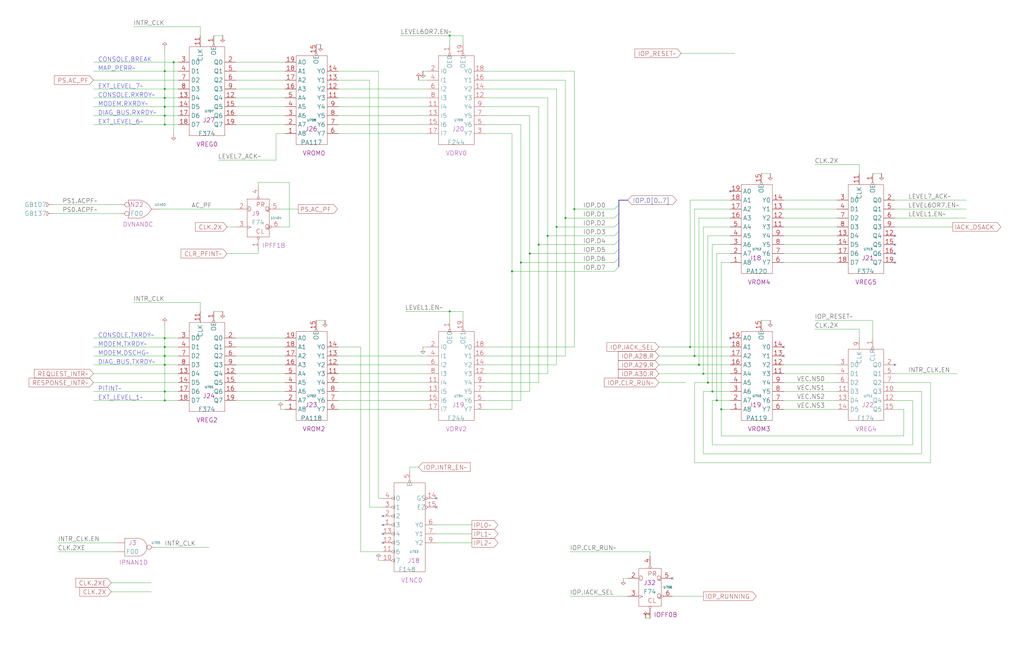
<source format=kicad_sch>
(kicad_sch (version 20230121) (generator eeschema)
  (paper "User" 584.2 378.46)
  (title_block (title "IOP\\nVECTOR GENERATION") (date "22-SEP-90") (rev "2.0") (comment 1 "IOC") (comment 2 "232-003061") (comment 3 "S400") (comment 4 "RELEASED"))
  (lib_symbols
    (symbol "r1000:F00" (pin_numbers hide) (pin_names hide)
      (property "Reference" "U" (at 15.24 0 0))
      (property "Value" "F00" (at 1.905 -5.08 0))
      (property "Location" "___" (at 1.905 0 0))
      (property "Name" "______" (at 2.54 -12.7 0))
      (symbol "F00_0_1"
        (polyline (pts (xy -2.54 -7.62) (xy 5.08 -7.62)) (stroke (width 0.1524)))
        (polyline (pts (xy -2.54 2.54) (xy -2.54 -7.62)) (stroke (width 0.1524)))
        (polyline (pts (xy -2.54 2.54) (xy 5.08 2.54)) (stroke (width 0.1524)))
        (arc (start 5.08 -7.62) (mid 10.1282 -2.54) (end 5.08 2.54) (stroke (width 0.1524)))
        (circle (center 11.43 -2.54) (radius 1.27) (stroke (width 0.1524)))
      )
      (symbol "F00_0_2"
        (circle (center -3.81 -5.08) (radius 1.27) (stroke (width 0.1524)))
        (circle (center -3.81 0) (radius 1.27) (stroke (width 0.1524)))
        (arc (start -3.175 -7.62) (mid -2.134 -2.54) (end -3.175 2.54) (stroke (width 0.1524)))
        (polyline (pts (xy -3.175 -7.62) (xy 3.81 -7.62)) (stroke (width 0.1524)))
        (polyline (pts (xy -3.175 2.54) (xy 3.81 2.54)) (stroke (width 0.1524)))
        (arc (start 3.81 -7.62) (mid 7.5855 -5.8306) (end 10.16 -2.54) (stroke (width 0.1524)))
        (arc (start 10.16 -2.54) (mid 7.5827 0.7471) (end 3.81 2.54) (stroke (width 0.1524)))
      )
      (symbol "F00_1_1"
        (pin input line (at -7.62 0 0) (length 5.08) (name "D0") (number "1"))
        (pin input line (at -7.62 -5.08 0) (length 5.08) (name "D1") (number "2"))
        (pin output line (at 15.24 -2.54 180) (length 2.54) (name "Q") (number "3"))
      )
      (symbol "F00_1_2"
        (pin input line (at -7.62 0 0) (length 2.54) (name "D0") (number "1"))
        (pin input line (at -7.62 -5.08 0) (length 2.54) (name "D1") (number "2"))
        (pin output line (at 15.24 -2.54 180) (length 5.08) (name "Q") (number "3"))
      )
    )
    (symbol "r1000:F148" (pin_names (offset 1.016))
      (property "Reference" "U" (at 2.54 5.08 0))
      (property "Value" "F148" (at -6.35 -5.08 0))
      (property "Location" "___" (at -1.27 0 0))
      (property "Name" "______" (at 1.27 -12.7 0))
      (symbol "F148_1_1"
        (circle (center -9.525 0) (radius 0.635))
        (circle (center -9.525 5.08) (radius 0.635))
        (circle (center -9.525 10.16) (radius 0.635))
        (circle (center -9.525 15.24) (radius 0.635))
        (circle (center -9.525 20.32) (radius 0.635))
        (circle (center -9.525 25.4) (radius 0.635))
        (circle (center -9.525 30.48) (radius 0.635))
        (circle (center -9.525 35.56) (radius 0.635))
        (rectangle (start -8.89 44.45) (end 8.89 -6.35))
        (circle (center 0 45.085) (radius 0.635))
        (circle (center 9.525 30.48) (radius 0.635))
        (circle (center 9.525 35.56) (radius 0.635))
        (pin input line (at -15.24 20.32 0) (length 5.08) (name "I3") (number "1"))
        (pin input line (at -15.24 0 0) (length 5.08) (name "I7") (number "10"))
        (pin input line (at -15.24 5.08 0) (length 5.08) (name "I6") (number "11"))
        (pin input line (at -15.24 10.16 0) (length 5.08) (name "I5") (number "12"))
        (pin input line (at -15.24 15.24 0) (length 5.08) (name "I4") (number "13"))
        (pin output line (at 15.24 35.56 180) (length 5.08) (name "GS") (number "14"))
        (pin output line (at 15.24 30.48 180) (length 5.08) (name "EZ") (number "15"))
        (pin input line (at -15.24 25.4 0) (length 5.08) (name "I2") (number "2"))
        (pin input line (at -15.24 30.48 0) (length 5.08) (name "I1") (number "3"))
        (pin input line (at -15.24 35.56 0) (length 5.08) (name "I0") (number "4"))
        (pin input line (at 0 50.8 270) (length 5.08) (name "E") (number "5"))
        (pin output line (at 15.24 20.32 180) (length 6.35) (name "Y0") (number "6"))
        (pin output line (at 15.24 15.24 180) (length 6.35) (name "Y1") (number "7"))
        (pin output line (at 15.24 10.16 180) (length 6.35) (name "Y2") (number "9"))
      )
    )
    (symbol "r1000:F174" (pin_names (offset 1.016))
      (property "Reference" "U" (at 2.54 5.08 0))
      (property "Value" "F174" (at -3.81 -7.62 0))
      (property "Location" "___" (at -1.27 0 0))
      (property "Name" "______" (at 1.27 -15.24 0))
      (symbol "F174_1_1"
        (rectangle (start -8.89 31.75) (end 11.43 -8.89))
        (circle (center 5.08 32.385) (radius 0.635))
        (pin input line (at 5.08 38.1 270) (length 5.08) (name "CLR") (number "1"))
        (pin output line (at 17.78 7.62 180) (length 6.35) (name "Q3") (number "10"))
        (pin input line (at -15.24 7.62 0) (length 6.35) (name "D3") (number "11"))
        (pin output line (at 17.78 2.54 180) (length 6.35) (name "Q4") (number "12"))
        (pin input line (at -15.24 2.54 0) (length 6.35) (name "D4") (number "13"))
        (pin input line (at -15.24 -2.54 0) (length 6.35) (name "D5") (number "14"))
        (pin output line (at 17.78 -2.54 180) (length 6.35) (name "Q5") (number "15"))
        (pin output line (at 17.78 22.86 180) (length 6.35) (name "Q0") (number "2"))
        (pin input line (at -15.24 22.86 0) (length 6.35) (name "D0") (number "3"))
        (pin input line (at -15.24 17.78 0) (length 6.35) (name "D1") (number "4"))
        (pin output line (at 17.78 17.78 180) (length 6.35) (name "Q1") (number "5"))
        (pin input line (at -15.24 12.7 0) (length 6.35) (name "D2") (number "6"))
        (pin output line (at 17.78 12.7 180) (length 6.35) (name "Q2") (number "7"))
        (pin input line (at -2.54 38.1 270) (length 6.35) (name "CLK") (number "9"))
      )
    )
    (symbol "r1000:F244" (pin_names (offset 1.016))
      (property "Reference" "U" (at 2.54 5.08 0))
      (property "Value" "F244" (at -3.81 -7.62 0))
      (property "Location" "___" (at -1.27 0 0))
      (property "Name" "______" (at 1.27 -15.24 0))
      (symbol "F244_1_1"
        (rectangle (start -8.89 41.91) (end 11.43 -8.89))
        (circle (center -2.54 42.545) (radius 0.635))
        (circle (center 5.08 42.545) (radius 0.635))
        (pin input line (at -2.54 48.26 270) (length 5.08) (name "OE0") (number "1"))
        (pin input line (at -15.24 12.7 0) (length 6.35) (name "I4") (number "11"))
        (pin tri_state line (at 17.78 17.78 180) (length 6.35) (name "Y3") (number "12"))
        (pin input line (at -15.24 7.62 0) (length 6.35) (name "I5") (number "13"))
        (pin tri_state line (at 17.78 22.86 180) (length 6.35) (name "Y2") (number "14"))
        (pin input line (at -15.24 2.54 0) (length 6.35) (name "I6") (number "15"))
        (pin tri_state line (at 17.78 27.94 180) (length 6.35) (name "Y1") (number "16"))
        (pin input line (at -15.24 -2.54 0) (length 6.35) (name "I7") (number "17"))
        (pin tri_state line (at 17.78 33.02 180) (length 6.35) (name "Y0") (number "18"))
        (pin input line (at 5.08 48.26 270) (length 5.08) (name "OE1") (number "19"))
        (pin input line (at -15.24 33.02 0) (length 6.35) (name "I0") (number "2"))
        (pin tri_state line (at 17.78 -2.54 180) (length 6.35) (name "Y7") (number "3"))
        (pin input line (at -15.24 27.94 0) (length 6.35) (name "I1") (number "4"))
        (pin tri_state line (at 17.78 2.54 180) (length 6.35) (name "Y6") (number "5"))
        (pin input line (at -15.24 22.86 0) (length 6.35) (name "I2") (number "6"))
        (pin tri_state line (at 17.78 7.62 180) (length 6.35) (name "Y5") (number "7"))
        (pin input line (at -15.24 17.78 0) (length 6.35) (name "I3") (number "8"))
        (pin tri_state line (at 17.78 12.7 180) (length 6.35) (name "Y4") (number "9"))
      )
    )
    (symbol "r1000:F374" (pin_names (offset 1.016))
      (property "Reference" "U" (at 2.54 5.08 0))
      (property "Value" "F374" (at -3.81 -7.62 0))
      (property "Location" "___" (at -1.27 0 0))
      (property "Name" "______" (at 1.27 -15.24 0))
      (symbol "F374_1_1"
        (rectangle (start -8.89 41.91) (end 11.43 -8.89))
        (circle (center 5.08 42.545) (radius 0.635))
        (pin input line (at 5.08 48.26 270) (length 5.08) (name "OE") (number "1"))
        (pin input line (at -2.54 48.26 270) (length 6.35) (name "CLK") (number "11"))
        (pin tri_state line (at 17.78 12.7 180) (length 6.35) (name "Q4") (number "12"))
        (pin input line (at -15.24 12.7 0) (length 6.35) (name "D4") (number "13"))
        (pin input line (at -15.24 7.62 0) (length 6.35) (name "D5") (number "14"))
        (pin tri_state line (at 17.78 7.62 180) (length 6.35) (name "Q5") (number "15"))
        (pin tri_state line (at 17.78 2.54 180) (length 6.35) (name "Q6") (number "16"))
        (pin input line (at -15.24 2.54 0) (length 6.35) (name "D6") (number "17"))
        (pin input line (at -15.24 -2.54 0) (length 6.35) (name "D7") (number "18"))
        (pin tri_state line (at 17.78 -2.54 180) (length 6.35) (name "Q7") (number "19"))
        (pin tri_state line (at 17.78 33.02 180) (length 6.35) (name "Q0") (number "2"))
        (pin input line (at -15.24 33.02 0) (length 6.35) (name "D0") (number "3"))
        (pin input line (at -15.24 27.94 0) (length 6.35) (name "D1") (number "4"))
        (pin tri_state line (at 17.78 27.94 180) (length 6.35) (name "Q1") (number "5"))
        (pin tri_state line (at 17.78 22.86 180) (length 6.35) (name "Q2") (number "6"))
        (pin input line (at -15.24 22.86 0) (length 6.35) (name "D2") (number "7"))
        (pin input line (at -15.24 17.78 0) (length 6.35) (name "D3") (number "8"))
        (pin tri_state line (at 17.78 17.78 180) (length 6.35) (name "Q3") (number "9"))
      )
    )
    (symbol "r1000:F74" (pin_names (offset 1.016) hide)
      (property "Reference" "U" (at 12.7 -2.54 0))
      (property "Value" "F74" (at -1.27 -5.08 0))
      (property "Location" "___" (at -1.27 0 0))
      (property "Name" "______" (at 11.43 -19.685 0))
      (symbol "F74_0_1"
        (rectangle (start -3.81 8.255) (end 8.89 -13.335) (stroke (width 0.1524)))
        (polyline (pts (xy 2.54 -15.24) (xy 2.54 -14.605)) (stroke (width 0.1524)))
        (polyline (pts (xy 2.54 10.16) (xy 2.54 9.525)) (stroke (width 0.1524)))
      )
      (symbol "F74_1_1"
        (circle (center 2.54 -13.97) (radius 0.635))
        (circle (center 2.54 8.89) (radius 0.635))
        (circle (center 9.525 -7.62) (radius 0.635))
        (text ">" (at -2.54 -7.62 0) (effects (font (size 2.54 2.54))))
        (text "C" (at 2.54 -10.16 0) (effects (font (size 2.54 2.54))))
        (text "D" (at -2.54 2.54 0) (effects (font (size 2.54 2.54))))
        (text "L" (at 5.08 -10.16 0) (effects (font (size 2.54 2.54))))
        (text "P" (at 2.54 5.08 0) (effects (font (size 2.54 2.54))))
        (text "Q" (at 7.62 -7.62 0) (effects (font (size 2.54 2.54))))
        (text "Q" (at 7.62 2.54 0) (effects (font (size 2.54 2.54))))
        (text "R" (at 5.08 5.08 0) (effects (font (size 2.54 2.54))))
        (pin input line (at 2.54 -20.32 90) (length 5.08) (name "CL_") (number "1"))
        (pin input line (at -10.16 2.54 0) (length 6.35) (name "D") (number "2"))
        (pin input line (at -10.16 -7.62 0) (length 6.35) (name "CLK") (number "3"))
        (pin input line (at 2.54 15.24 270) (length 5.08) (name "PR_") (number "4"))
        (pin output line (at 15.24 2.54 180) (length 6.35) (name "Q") (number "5"))
        (pin output line (at 15.24 -7.62 180) (length 5.08) (name "Q_") (number "6"))
      )
    )
    (symbol "r1000:GB" (pin_numbers hide) (pin_names (offset 0) hide)
      (property "Reference" "GB" (at 3.81 0 0))
      (symbol "GB_0_1"
        (polyline (pts (xy 2.54 0) (xy 3.81 1.27) (xy 3.81 -1.27) (xy 2.54 0)) (stroke (width 0.1524)))
      )
      (symbol "GB_1_1"
        (pin bidirectional line (at 0 0 0) (length 2.54) (name "") (number "1"))
      )
    )
    (symbol "r1000:PAxxx" (pin_names (offset 1.016))
      (property "Reference" "U" (at 2.54 5.08 0))
      (property "Value" "PAxxx" (at -3.81 -7.62 0))
      (property "Location" "___" (at -1.27 0 0))
      (property "Name" "______" (at 3.81 -15.24 0))
      (symbol "PAxxx_1_1"
        (rectangle (start -6.35 41.91) (end 11.43 -8.89))
        (circle (center 5.08 42.545) (radius 0.635))
        (pin input line (at -12.7 -2.54 0) (length 6.35) (name "A8") (number "1"))
        (pin tri_state line (at 17.78 17.78 180) (length 6.35) (name "Y3") (number "11"))
        (pin tri_state line (at 17.78 22.86 180) (length 6.35) (name "Y2") (number "12"))
        (pin tri_state line (at 17.78 27.94 180) (length 6.35) (name "Y1") (number "13"))
        (pin tri_state line (at 17.78 33.02 180) (length 6.35) (name "Y0") (number "14"))
        (pin input line (at 5.08 48.26 270) (length 5.08) (name "OE") (number "15"))
        (pin input line (at -12.7 22.86 0) (length 6.35) (name "A3") (number "16"))
        (pin input line (at -12.7 27.94 0) (length 6.35) (name "A2") (number "17"))
        (pin input line (at -12.7 33.02 0) (length 6.35) (name "A1") (number "18"))
        (pin input line (at -12.7 38.1 0) (length 6.35) (name "A0") (number "19"))
        (pin input line (at -12.7 2.54 0) (length 6.35) (name "A7") (number "2"))
        (pin input line (at -12.7 7.62 0) (length 6.35) (name "A6") (number "3"))
        (pin input line (at -12.7 12.7 0) (length 6.35) (name "A5") (number "4"))
        (pin input line (at -12.7 17.78 0) (length 6.35) (name "A4") (number "5"))
        (pin tri_state line (at 17.78 -2.54 180) (length 6.35) (name "Y7") (number "6"))
        (pin tri_state line (at 17.78 2.54 180) (length 6.35) (name "Y6") (number "7"))
        (pin tri_state line (at 17.78 7.62 180) (length 6.35) (name "Y5") (number "8"))
        (pin tri_state line (at 17.78 12.7 180) (length 6.35) (name "Y4") (number "9"))
      )
    )
    (symbol "r1000:PD" (power) (pin_numbers hide) (pin_names hide) (in_bom no)
      (symbol "PD_0_1"
        (polyline (pts (xy 0 -2.54) (xy 1.27 -2.54) (xy 0 -3.81) (xy -1.27 -2.54) (xy 0 -2.54)) (stroke (width 0.1524)))
      )
      (symbol "PD_1_1"
        (pin power_in line (at 0 0 270) (length 2.54) (name "PD") (number "1"))
      )
    )
    (symbol "r1000:PU" (power) (pin_numbers hide) (pin_names hide)
      (symbol "PU_0_1"
        (polyline (pts (xy 0 2.54) (xy -1.27 2.54) (xy 0 3.81) (xy 1.27 2.54) (xy 0 2.54)) (stroke (width 0.1524)))
      )
      (symbol "PU_1_1"
        (pin power_in line (at 0 0 90) (length 2.54) (name "PU") (number "1"))
      )
    )
  )
  (junction (at 256.54 177.8))
  (junction (at 396.24 203.2))
  (junction (at 401.32 213.36))
  (junction (at 297.18 149.86))
  (junction (at 322.58 124.46))
  (junction (at 93.98 40.64))
  (junction (at 93.98 228.6))
  (junction (at 93.98 60.96))
  (junction (at 93.98 223.52))
  (junction (at 93.98 71.12))
  (junction (at 403.86 218.44))
  (junction (at 307.34 139.7))
  (junction (at 406.4 223.52))
  (junction (at 398.78 208.28))
  (junction (at 93.98 55.88))
  (junction (at 302.26 144.78))
  (junction (at 327.66 119.38))
  (junction (at 408.94 228.6))
  (junction (at 256.54 20.32))
  (junction (at 93.98 198.12))
  (junction (at 93.98 203.2))
  (junction (at 93.98 208.28))
  (junction (at 93.98 50.8))
  (junction (at 411.48 233.68))
  (junction (at 317.5 129.54))
  (junction (at 99.06 35.56))
  (junction (at 93.98 66.04))
  (junction (at 312.42 134.62))
  (junction (at 93.98 193.04))
  (junction (at 292.1 154.94))
  (junction (at 393.7 198.12))
  (no_connect (at 447.04 198.12))
  (no_connect (at 416.56 109.22))
  (no_connect (at 416.56 193.04))
  (no_connect (at 248.92 284.48))
  (no_connect (at 248.92 289.56))
  (no_connect (at 447.04 203.2))
  (no_connect (at 383.54 330.2))
  (no_connect (at 510.54 208.28))
  (no_connect (at 510.54 134.62))
  (no_connect (at 510.54 139.7))
  (no_connect (at 510.54 144.78))
  (no_connect (at 510.54 149.86))
  (no_connect (at 218.44 299.72))
  (no_connect (at 218.44 294.64))
  (no_connect (at 218.44 309.88))
  (no_connect (at 218.44 304.8))
  (bus_entry (at 353.06 147.32) (size -2.54 2.54))
  (bus_entry (at 353.06 116.84) (size -2.54 2.54))
  (bus_entry (at 353.06 142.24) (size -2.54 2.54))
  (bus_entry (at 353.06 127) (size -2.54 2.54))
  (bus_entry (at 353.06 121.92) (size -2.54 2.54))
  (bus_entry (at 353.06 132.08) (size -2.54 2.54))
  (bus_entry (at 353.06 137.16) (size -2.54 2.54))
  (bus_entry (at 353.06 152.4) (size -2.54 2.54))
  (wire (pts (xy 91.44 119.38) (xy 134.62 119.38)))
  (wire (pts (xy 510.54 124.46) (xy 551.18 124.46)))
  (wire (pts (xy 447.04 139.7) (xy 477.52 139.7)))
  (wire (pts (xy 406.4 254) (xy 406.4 228.6)))
  (wire (pts (xy 33.02 314.96) (xy 66.04 314.96)))
  (bus (pts (xy 353.06 142.24) (xy 353.06 147.32)))
  (wire (pts (xy 510.54 213.36) (xy 546.1 213.36)))
  (wire (pts (xy 256.54 177.8) (xy 256.54 182.88)))
  (wire (pts (xy 134.62 66.04) (xy 162.56 66.04)))
  (wire (pts (xy 447.04 149.86) (xy 477.52 149.86)))
  (wire (pts (xy 210.82 289.56) (xy 218.44 289.56)))
  (wire (pts (xy 510.54 114.3) (xy 551.18 114.3)))
  (wire (pts (xy 510.54 129.54) (xy 543.56 129.54)))
  (wire (pts (xy 193.04 45.72) (xy 210.82 45.72)))
  (wire (pts (xy 317.5 208.28) (xy 317.5 129.54)))
  (wire (pts (xy 327.66 198.12) (xy 327.66 119.38)))
  (wire (pts (xy 434.34 182.88) (xy 439.42 182.88)))
  (bus (pts (xy 353.06 121.92) (xy 353.06 127)))
  (wire (pts (xy 447.04 233.68) (xy 477.52 233.68)))
  (wire (pts (xy 134.62 223.52) (xy 162.56 223.52)))
  (wire (pts (xy 375.92 218.44) (xy 391.16 218.44)))
  (wire (pts (xy 396.24 119.38) (xy 396.24 203.2)))
  (wire (pts (xy 53.34 193.04) (xy 93.98 193.04)))
  (wire (pts (xy 297.18 228.6) (xy 297.18 149.86)))
  (wire (pts (xy 447.04 218.44) (xy 477.52 218.44)))
  (wire (pts (xy 248.92 299.72) (xy 269.24 299.72)))
  (wire (pts (xy 327.66 40.64) (xy 327.66 119.38)))
  (wire (pts (xy 231.14 177.8) (xy 256.54 177.8)))
  (wire (pts (xy 53.34 66.04) (xy 93.98 66.04)))
  (wire (pts (xy 76.2 15.24) (xy 114.3 15.24)))
  (wire (pts (xy 88.9 312.42) (xy 119.38 312.42)))
  (wire (pts (xy 53.34 50.8) (xy 93.98 50.8)))
  (wire (pts (xy 447.04 114.3) (xy 477.52 114.3)))
  (wire (pts (xy 93.98 40.64) (xy 101.6 40.64)))
  (wire (pts (xy 350.52 144.78) (xy 302.26 144.78)))
  (wire (pts (xy 193.04 228.6) (xy 243.84 228.6)))
  (wire (pts (xy 134.62 55.88) (xy 162.56 55.88)))
  (wire (pts (xy 193.04 203.2) (xy 243.84 203.2)))
  (wire (pts (xy 134.62 213.36) (xy 162.56 213.36)))
  (wire (pts (xy 408.94 144.78) (xy 416.56 144.78)))
  (wire (pts (xy 297.18 71.12) (xy 297.18 149.86)))
  (wire (pts (xy 193.04 66.04) (xy 243.84 66.04)))
  (wire (pts (xy 355.6 330.2) (xy 358.14 330.2)))
  (wire (pts (xy 307.34 60.96) (xy 307.34 139.7)))
  (wire (pts (xy 447.04 129.54) (xy 477.52 129.54)))
  (bus (pts (xy 353.06 137.16) (xy 353.06 142.24)))
  (wire (pts (xy 53.34 40.64) (xy 93.98 40.64)))
  (wire (pts (xy 53.34 198.12) (xy 93.98 198.12)))
  (wire (pts (xy 276.86 218.44) (xy 307.34 218.44)))
  (wire (pts (xy 93.98 50.8) (xy 101.6 50.8)))
  (wire (pts (xy 312.42 134.62) (xy 312.42 55.88)))
  (bus (pts (xy 353.06 132.08) (xy 353.06 137.16)))
  (wire (pts (xy 464.82 93.98) (xy 490.22 93.98)))
  (wire (pts (xy 157.48 91.44) (xy 157.48 76.2)))
  (wire (pts (xy 76.2 172.72) (xy 114.3 172.72)))
  (wire (pts (xy 180.34 25.4) (xy 182.88 25.4)))
  (wire (pts (xy 530.86 264.16) (xy 396.24 264.16)))
  (wire (pts (xy 447.04 213.36) (xy 477.52 213.36)))
  (wire (pts (xy 134.62 71.12) (xy 162.56 71.12)))
  (wire (pts (xy 383.54 340.36) (xy 401.32 340.36)))
  (wire (pts (xy 147.32 104.14) (xy 147.32 106.68)))
  (wire (pts (xy 302.26 144.78) (xy 302.26 223.52)))
  (wire (pts (xy 121.92 20.32) (xy 127 20.32)))
  (wire (pts (xy 276.86 55.88) (xy 312.42 55.88)))
  (wire (pts (xy 276.86 208.28) (xy 317.5 208.28)))
  (wire (pts (xy 93.98 71.12) (xy 101.6 71.12)))
  (wire (pts (xy 93.98 208.28) (xy 93.98 223.52)))
  (wire (pts (xy 256.54 20.32) (xy 264.16 20.32)))
  (bus (pts (xy 353.06 114.3) (xy 358.14 114.3)))
  (wire (pts (xy 193.04 55.88) (xy 243.84 55.88)))
  (wire (pts (xy 193.04 233.68) (xy 243.84 233.68)))
  (wire (pts (xy 276.86 50.8) (xy 317.5 50.8)))
  (wire (pts (xy 447.04 208.28) (xy 477.52 208.28)))
  (wire (pts (xy 193.04 50.8) (xy 243.84 50.8)))
  (wire (pts (xy 398.78 124.46) (xy 416.56 124.46)))
  (wire (pts (xy 264.16 177.8) (xy 264.16 182.88)))
  (wire (pts (xy 403.86 218.44) (xy 416.56 218.44)))
  (wire (pts (xy 403.86 218.44) (xy 403.86 134.62)))
  (wire (pts (xy 53.34 35.56) (xy 99.06 35.56)))
  (wire (pts (xy 63.5 332.74) (xy 86.36 332.74)))
  (wire (pts (xy 411.48 248.92) (xy 411.48 233.68)))
  (wire (pts (xy 416.56 114.3) (xy 393.7 114.3)))
  (bus (pts (xy 353.06 114.3) (xy 353.06 116.84)))
  (wire (pts (xy 93.98 203.2) (xy 93.98 208.28)))
  (wire (pts (xy 447.04 144.78) (xy 477.52 144.78)))
  (wire (pts (xy 180.34 182.88) (xy 185.42 182.88)))
  (wire (pts (xy 276.86 60.96) (xy 307.34 60.96)))
  (wire (pts (xy 510.54 119.38) (xy 551.18 119.38)))
  (wire (pts (xy 93.98 60.96) (xy 93.98 66.04)))
  (wire (pts (xy 401.32 129.54) (xy 401.32 213.36)))
  (wire (pts (xy 134.62 35.56) (xy 162.56 35.56)))
  (wire (pts (xy 510.54 223.52) (xy 525.78 223.52)))
  (wire (pts (xy 93.98 55.88) (xy 93.98 60.96)))
  (wire (pts (xy 350.52 134.62) (xy 312.42 134.62)))
  (wire (pts (xy 93.98 66.04) (xy 101.6 66.04)))
  (wire (pts (xy 307.34 218.44) (xy 307.34 139.7)))
  (wire (pts (xy 93.98 40.64) (xy 93.98 50.8)))
  (wire (pts (xy 93.98 193.04) (xy 93.98 198.12)))
  (wire (pts (xy 322.58 45.72) (xy 276.86 45.72)))
  (wire (pts (xy 63.5 337.82) (xy 86.36 337.82)))
  (wire (pts (xy 30.48 116.84) (xy 68.58 116.84)))
  (wire (pts (xy 233.68 266.7) (xy 233.68 269.24)))
  (wire (pts (xy 322.58 124.46) (xy 322.58 203.2)))
  (wire (pts (xy 134.62 203.2) (xy 162.56 203.2)))
  (wire (pts (xy 375.92 208.28) (xy 398.78 208.28)))
  (wire (pts (xy 396.24 218.44) (xy 403.86 218.44)))
  (wire (pts (xy 447.04 124.46) (xy 477.52 124.46)))
  (wire (pts (xy 350.52 124.46) (xy 322.58 124.46)))
  (wire (pts (xy 297.18 149.86) (xy 350.52 149.86)))
  (wire (pts (xy 292.1 233.68) (xy 276.86 233.68)))
  (wire (pts (xy 248.92 304.8) (xy 269.24 304.8)))
  (wire (pts (xy 53.34 203.2) (xy 93.98 203.2)))
  (wire (pts (xy 121.92 177.8) (xy 127 177.8)))
  (wire (pts (xy 233.68 266.7) (xy 238.76 266.7)))
  (wire (pts (xy 134.62 218.44) (xy 162.56 218.44)))
  (wire (pts (xy 520.7 254) (xy 406.4 254)))
  (wire (pts (xy 398.78 208.28) (xy 416.56 208.28)))
  (wire (pts (xy 160.02 119.38) (xy 170.18 119.38)))
  (wire (pts (xy 147.32 144.78) (xy 147.32 142.24)))
  (wire (pts (xy 312.42 134.62) (xy 312.42 213.36)))
  (wire (pts (xy 396.24 264.16) (xy 396.24 218.44)))
  (wire (pts (xy 317.5 129.54) (xy 350.52 129.54)))
  (wire (pts (xy 134.62 40.64) (xy 162.56 40.64)))
  (wire (pts (xy 205.74 198.12) (xy 205.74 314.96)))
  (wire (pts (xy 93.98 50.8) (xy 93.98 55.88)))
  (wire (pts (xy 53.34 55.88) (xy 93.98 55.88)))
  (wire (pts (xy 317.5 50.8) (xy 317.5 129.54)))
  (wire (pts (xy 302.26 66.04) (xy 276.86 66.04)))
  (wire (pts (xy 411.48 233.68) (xy 416.56 233.68)))
  (wire (pts (xy 165.1 129.54) (xy 165.1 104.14)))
  (wire (pts (xy 93.98 60.96) (xy 101.6 60.96)))
  (wire (pts (xy 134.62 198.12) (xy 162.56 198.12)))
  (wire (pts (xy 292.1 76.2) (xy 276.86 76.2)))
  (wire (pts (xy 403.86 134.62) (xy 416.56 134.62)))
  (wire (pts (xy 302.26 223.52) (xy 276.86 223.52)))
  (wire (pts (xy 241.3 198.12) (xy 243.84 198.12)))
  (wire (pts (xy 215.9 320.04) (xy 218.44 320.04)))
  (wire (pts (xy 401.32 213.36) (xy 416.56 213.36)))
  (wire (pts (xy 193.04 198.12) (xy 205.74 198.12)))
  (wire (pts (xy 53.34 228.6) (xy 93.98 228.6)))
  (wire (pts (xy 525.78 223.52) (xy 525.78 259.08)))
  (wire (pts (xy 53.34 223.52) (xy 93.98 223.52)))
  (wire (pts (xy 398.78 208.28) (xy 398.78 124.46)))
  (wire (pts (xy 325.12 340.36) (xy 358.14 340.36)))
  (wire (pts (xy 325.12 314.96) (xy 370.84 314.96)))
  (wire (pts (xy 129.54 129.54) (xy 134.62 129.54)))
  (wire (pts (xy 515.62 248.92) (xy 411.48 248.92)))
  (wire (pts (xy 447.04 223.52) (xy 477.52 223.52)))
  (wire (pts (xy 510.54 228.6) (xy 520.7 228.6)))
  (wire (pts (xy 193.04 208.28) (xy 243.84 208.28)))
  (wire (pts (xy 241.3 40.64) (xy 243.84 40.64)))
  (wire (pts (xy 490.22 93.98) (xy 490.22 99.06)))
  (wire (pts (xy 411.48 149.86) (xy 411.48 233.68)))
  (wire (pts (xy 406.4 228.6) (xy 408.94 228.6)))
  (wire (pts (xy 370.84 314.96) (xy 370.84 317.5)))
  (wire (pts (xy 264.16 20.32) (xy 264.16 25.4)))
  (wire (pts (xy 416.56 139.7) (xy 406.4 139.7)))
  (wire (pts (xy 93.98 193.04) (xy 101.6 193.04)))
  (wire (pts (xy 312.42 213.36) (xy 276.86 213.36)))
  (wire (pts (xy 396.24 203.2) (xy 416.56 203.2)))
  (wire (pts (xy 408.94 228.6) (xy 416.56 228.6)))
  (wire (pts (xy 93.98 208.28) (xy 101.6 208.28)))
  (wire (pts (xy 302.26 144.78) (xy 302.26 66.04)))
  (wire (pts (xy 408.94 228.6) (xy 408.94 144.78)))
  (wire (pts (xy 393.7 114.3) (xy 393.7 198.12)))
  (wire (pts (xy 515.62 233.68) (xy 515.62 248.92)))
  (wire (pts (xy 416.56 149.86) (xy 411.48 149.86)))
  (wire (pts (xy 193.04 71.12) (xy 243.84 71.12)))
  (wire (pts (xy 322.58 203.2) (xy 276.86 203.2)))
  (wire (pts (xy 193.04 213.36) (xy 243.84 213.36)))
  (wire (pts (xy 464.82 187.96) (xy 490.22 187.96)))
  (wire (pts (xy 53.34 71.12) (xy 93.98 71.12)))
  (wire (pts (xy 193.04 76.2) (xy 243.84 76.2)))
  (wire (pts (xy 307.34 139.7) (xy 350.52 139.7)))
  (wire (pts (xy 350.52 154.94) (xy 292.1 154.94)))
  (wire (pts (xy 434.34 99.06) (xy 439.42 99.06)))
  (wire (pts (xy 276.86 71.12) (xy 297.18 71.12)))
  (wire (pts (xy 525.78 259.08) (xy 401.32 259.08)))
  (wire (pts (xy 292.1 154.94) (xy 292.1 76.2)))
  (wire (pts (xy 388.62 30.48) (xy 419.1 30.48)))
  (wire (pts (xy 416.56 119.38) (xy 396.24 119.38)))
  (wire (pts (xy 375.92 213.36) (xy 401.32 213.36)))
  (wire (pts (xy 134.62 45.72) (xy 162.56 45.72)))
  (wire (pts (xy 93.98 198.12) (xy 93.98 203.2)))
  (wire (pts (xy 114.3 172.72) (xy 114.3 177.8)))
  (wire (pts (xy 93.98 55.88) (xy 101.6 55.88)))
  (wire (pts (xy 393.7 198.12) (xy 416.56 198.12)))
  (wire (pts (xy 93.98 185.42) (xy 93.98 193.04)))
  (wire (pts (xy 447.04 134.62) (xy 477.52 134.62)))
  (wire (pts (xy 165.1 104.14) (xy 147.32 104.14)))
  (wire (pts (xy 276.86 198.12) (xy 327.66 198.12)))
  (wire (pts (xy 30.48 121.92) (xy 68.58 121.92)))
  (wire (pts (xy 93.98 203.2) (xy 101.6 203.2)))
  (wire (pts (xy 401.32 259.08) (xy 401.32 223.52)))
  (wire (pts (xy 134.62 228.6) (xy 162.56 228.6)))
  (wire (pts (xy 210.82 45.72) (xy 210.82 289.56)))
  (wire (pts (xy 375.92 198.12) (xy 393.7 198.12)))
  (wire (pts (xy 406.4 139.7) (xy 406.4 223.52)))
  (wire (pts (xy 228.6 20.32) (xy 256.54 20.32)))
  (wire (pts (xy 53.34 45.72) (xy 101.6 45.72)))
  (wire (pts (xy 160.02 129.54) (xy 165.1 129.54)))
  (wire (pts (xy 53.34 213.36) (xy 101.6 213.36)))
  (wire (pts (xy 401.32 223.52) (xy 406.4 223.52)))
  (wire (pts (xy 520.7 228.6) (xy 520.7 254)))
  (wire (pts (xy 215.9 40.64) (xy 215.9 284.48)))
  (wire (pts (xy 33.02 309.88) (xy 66.04 309.88)))
  (wire (pts (xy 53.34 208.28) (xy 93.98 208.28)))
  (wire (pts (xy 256.54 20.32) (xy 256.54 25.4)))
  (bus (pts (xy 353.06 116.84) (xy 353.06 121.92)))
  (wire (pts (xy 157.48 76.2) (xy 162.56 76.2)))
  (wire (pts (xy 93.98 228.6) (xy 101.6 228.6)))
  (bus (pts (xy 353.06 127) (xy 353.06 132.08)))
  (wire (pts (xy 53.34 218.44) (xy 101.6 218.44)))
  (wire (pts (xy 497.84 99.06) (xy 502.92 99.06)))
  (wire (pts (xy 193.04 40.64) (xy 215.9 40.64)))
  (wire (pts (xy 497.84 182.88) (xy 497.84 193.04)))
  (wire (pts (xy 193.04 218.44) (xy 243.84 218.44)))
  (wire (pts (xy 193.04 223.52) (xy 243.84 223.52)))
  (wire (pts (xy 134.62 60.96) (xy 162.56 60.96)))
  (wire (pts (xy 215.9 284.48) (xy 218.44 284.48)))
  (wire (pts (xy 510.54 218.44) (xy 530.86 218.44)))
  (wire (pts (xy 93.98 223.52) (xy 101.6 223.52)))
  (wire (pts (xy 447.04 228.6) (xy 477.52 228.6)))
  (wire (pts (xy 292.1 154.94) (xy 292.1 233.68)))
  (wire (pts (xy 193.04 60.96) (xy 243.84 60.96)))
  (wire (pts (xy 530.86 218.44) (xy 530.86 264.16)))
  (wire (pts (xy 276.86 40.64) (xy 327.66 40.64)))
  (wire (pts (xy 93.98 198.12) (xy 101.6 198.12)))
  (wire (pts (xy 124.46 91.44) (xy 157.48 91.44)))
  (wire (pts (xy 53.34 60.96) (xy 93.98 60.96)))
  (wire (pts (xy 93.98 66.04) (xy 93.98 71.12)))
  (wire (pts (xy 447.04 119.38) (xy 477.52 119.38)))
  (wire (pts (xy 99.06 35.56) (xy 99.06 76.2)))
  (wire (pts (xy 406.4 223.52) (xy 416.56 223.52)))
  (wire (pts (xy 129.54 144.78) (xy 147.32 144.78)))
  (wire (pts (xy 276.86 228.6) (xy 297.18 228.6)))
  (wire (pts (xy 93.98 27.94) (xy 93.98 40.64)))
  (wire (pts (xy 134.62 193.04) (xy 162.56 193.04)))
  (wire (pts (xy 205.74 314.96) (xy 218.44 314.96)))
  (wire (pts (xy 368.3 353.06) (xy 370.84 353.06)))
  (wire (pts (xy 327.66 119.38) (xy 350.52 119.38)))
  (wire (pts (xy 99.06 35.56) (xy 101.6 35.56)))
  (wire (pts (xy 93.98 223.52) (xy 93.98 228.6)))
  (wire (pts (xy 322.58 124.46) (xy 322.58 45.72)))
  (wire (pts (xy 248.92 309.88) (xy 269.24 309.88)))
  (wire (pts (xy 134.62 50.8) (xy 162.56 50.8)))
  (wire (pts (xy 510.54 233.68) (xy 515.62 233.68)))
  (wire (pts (xy 160.02 233.68) (xy 162.56 233.68)))
  (wire (pts (xy 114.3 15.24) (xy 114.3 20.32)))
  (wire (pts (xy 238.76 45.72) (xy 243.84 45.72)))
  (wire (pts (xy 256.54 177.8) (xy 264.16 177.8)))
  (wire (pts (xy 416.56 129.54) (xy 401.32 129.54)))
  (wire (pts (xy 134.62 208.28) (xy 162.56 208.28)))
  (wire (pts (xy 490.22 187.96) (xy 490.22 193.04)))
  (wire (pts (xy 464.82 182.88) (xy 497.84 182.88)))
  (bus (pts (xy 353.06 147.32) (xy 353.06 152.4)))
  (wire (pts (xy 375.92 203.2) (xy 396.24 203.2)))
  (text "CONSOLE.TXRDY~" (at 55.88 193.04 0) (effects (font (size 2.54 2.54)) (justify left bottom)))
  (text "CONSOLE.RXRDY~" (at 55.88 55.88 0) (effects (font (size 2.54 2.54)) (justify left bottom)))
  (text "EXT_LEVEL_7~" (at 55.88 50.8 0) (effects (font (size 2.54 2.54)) (justify left bottom)))
  (text "PITINT~" (at 55.88 223.52 0) (effects (font (size 2.54 2.54)) (justify left bottom)))
  (text "DIAG_BUS.TXRDY~" (at 55.88 208.28 0) (effects (font (size 2.54 2.54)) (justify left bottom)))
  (text "MODEM.TXRDY~" (at 55.88 198.12 0) (effects (font (size 2.54 2.54)) (justify left bottom)))
  (text "EXT_LEVEL_1~" (at 55.88 228.6 0) (effects (font (size 2.54 2.54)) (justify left bottom)))
  (text "CONSOLE.BREAK" (at 55.88 35.56 0) (effects (font (size 2.54 2.54)) (justify left bottom)))
  (text "MODEM.RXRDY~" (at 55.88 60.96 0) (effects (font (size 2.54 2.54)) (justify left bottom)))
  (text "MAP_PERR~" (at 55.88 40.64 0) (effects (font (size 2.54 2.54)) (justify left bottom)))
  (text "MODEM.DSCHG~" (at 55.88 203.2 0) (effects (font (size 2.54 2.54)) (justify left bottom)))
  (text "EXT_LEVEL_6~" (at 55.88 71.12 0) (effects (font (size 2.54 2.54)) (justify left bottom)))
  (text "DIAG_BUS.RXRDY~" (at 55.88 66.04 0) (effects (font (size 2.54 2.54)) (justify left bottom)))
  (label "VEC.NS2" (at 454.66 228.6 0) (effects (font (size 2.54 2.54))))
  (label "INTR_CLK" (at 93.98 312.42 0) (effects (font (size 2.54 2.54))))
  (label "CLK.2X" (at 464.82 93.98 0) (effects (font (size 2.54 2.54))))
  (label "IOP.D3" (at 332.74 134.62 0) (effects (font (size 2.54 2.54))))
  (label "INTR_CLK" (at 76.2 172.72 0) (effects (font (size 2.54 2.54))))
  (label "INTR_CLK" (at 76.2 15.24 0) (effects (font (size 2.54 2.54))))
  (label "LEVEL7_ACK~" (at 124.46 91.44 0) (effects (font (size 2.54 2.54))))
  (label "LEVEL1.EN~" (at 518.16 124.46 0) (effects (font (size 2.54 2.54))))
  (label "LEVEL6OR7.EN~" (at 518.16 119.38 0) (effects (font (size 2.54 2.54))))
  (label "VEC.NS1" (at 454.66 223.52 0) (effects (font (size 2.54 2.54))))
  (label "VEC.NS3" (at 454.66 233.68 0) (effects (font (size 2.54 2.54))))
  (label "IOP.D2" (at 332.74 129.54 0) (effects (font (size 2.54 2.54))))
  (label "IOP.IACK_SEL" (at 325.12 340.36 0) (effects (font (size 2.54 2.54))))
  (label "IOP_RESET~" (at 464.82 182.88 0) (effects (font (size 2.54 2.54))))
  (label "LEVEL7_ACK~" (at 518.16 114.3 0) (effects (font (size 2.54 2.54))))
  (label "IOP.D4" (at 332.74 139.7 0) (effects (font (size 2.54 2.54))))
  (label "INTR_CLK.EN" (at 33.02 309.88 0) (effects (font (size 2.54 2.54))))
  (label "LEVEL1.EN~" (at 231.14 177.8 0) (effects (font (size 2.54 2.54))))
  (label "INTR_CLK.EN" (at 518.16 213.36 0) (effects (font (size 2.54 2.54))))
  (label "PS0.ACPF~" (at 35.56 121.92 0) (effects (font (size 2.54 2.54))))
  (label "LEVEL6OR7.EN~" (at 228.6 20.32 0) (effects (font (size 2.54 2.54))))
  (label "VEC.NS0" (at 454.66 218.44 0) (effects (font (size 2.54 2.54))))
  (label "CLK.2X" (at 464.82 187.96 0) (effects (font (size 2.54 2.54))))
  (label "IOP.D7" (at 332.74 154.94 0) (effects (font (size 2.54 2.54))))
  (label "IOP.D0" (at 332.74 119.38 0) (effects (font (size 2.54 2.54))))
  (label "CLK.2XE" (at 33.02 314.96 0) (effects (font (size 2.54 2.54))))
  (label "IOP.CLR_RUN~" (at 325.12 314.96 0) (effects (font (size 2.54 2.54))))
  (label "IOP.D5" (at 332.74 144.78 0) (effects (font (size 2.54 2.54))))
  (label "AC_PF" (at 109.22 119.38 0) (effects (font (size 2.54 2.54))))
  (label "IOP.D6" (at 332.74 149.86 0) (effects (font (size 2.54 2.54))))
  (label "PS1.ACPF~" (at 35.56 116.84 0) (effects (font (size 2.54 2.54))))
  (label "IOP.D1" (at 332.74 124.46 0) (effects (font (size 2.54 2.54))))
  (global_label "IPL0~" (shape output) (at 269.24 299.72 0) (effects (font (size 2.54 2.54))) (property "Intersheetrefs" "${INTERSHEET_REFS}" (at 284.486 299.5613 0) (effects (font (size 1.905 1.905)) (justify left))))
  (global_label "CLR_PFINT~" (shape input) (at 129.54 144.78 180) (effects (font (size 2.54 2.54))) (property "Intersheetrefs" "${INTERSHEET_REFS}" (at 102.9244 144.6213 0) (effects (font (size 1.905 1.905)) (justify right))))
  (global_label "IPL1~" (shape output) (at 269.24 304.8 0) (effects (font (size 2.54 2.54))) (property "Intersheetrefs" "${INTERSHEET_REFS}" (at 284.486 304.6413 0) (effects (font (size 1.905 1.905)) (justify left))))
  (global_label "IOP.IACK_SEL" (shape input) (at 375.92 198.12 180) (effects (font (size 2.54 2.54))) (property "Intersheetrefs" "${INTERSHEET_REFS}" (at 345.9178 197.9613 0) (effects (font (size 1.905 1.905)) (justify right))))
  (global_label "RESPONSE_INTR~" (shape input) (at 53.34 218.44 180) (effects (font (size 2.54 2.54))) (property "Intersheetrefs" "${INTERSHEET_REFS}" (at 16.2016 218.2813 0) (effects (font (size 1.905 1.905)) (justify right))))
  (global_label "CLK.2X" (shape input) (at 63.5 337.82 180) (effects (font (size 2.54 2.54))) (property "Intersheetrefs" "${INTERSHEET_REFS}" (at 38.9406 337.6613 0) (effects (font (size 1.905 1.905)) (justify right))))
  (global_label "CLK.2XE" (shape input) (at 63.5 332.74 180) (effects (font (size 2.54 2.54))) (property "Intersheetrefs" "${INTERSHEET_REFS}" (at 36.6425 332.5813 0) (effects (font (size 1.905 1.905)) (justify right))))
  (global_label "IOP_RUNNING" (shape output) (at 401.32 340.36 0) (effects (font (size 2.54 2.54))) (property "Intersheetrefs" "${INTERSHEET_REFS}" (at 431.806 340.2013 0) (effects (font (size 1.905 1.905)) (justify left))))
  (global_label "IPL2~" (shape output) (at 269.24 309.88 0) (effects (font (size 2.54 2.54))) (property "Intersheetrefs" "${INTERSHEET_REFS}" (at 284.486 309.7213 0) (effects (font (size 1.905 1.905)) (justify left))))
  (global_label "IOP.A29.R" (shape input) (at 375.92 208.28 180) (effects (font (size 2.54 2.54))) (property "Intersheetrefs" "${INTERSHEET_REFS}" (at 352.3282 208.1213 0) (effects (font (size 1.905 1.905)) (justify right))))
  (global_label "IOP.INTR_EN~" (shape input) (at 238.76 266.7 0) (effects (font (size 2.54 2.54))) (property "Intersheetrefs" "${INTERSHEET_REFS}" (at 268.6413 266.5413 0) (effects (font (size 1.905 1.905)) (justify left))))
  (global_label "PS.AC_PF" (shape input) (at 53.34 45.72 180) (effects (font (size 2.54 2.54))) (property "Intersheetrefs" "${INTERSHEET_REFS}" (at 30.5949 45.5613 0) (effects (font (size 1.905 1.905)) (justify right))))
  (global_label "IOP.A28.R" (shape input) (at 375.92 203.2 180) (effects (font (size 2.54 2.54))) (property "Intersheetrefs" "${INTERSHEET_REFS}" (at 352.3282 203.0413 0) (effects (font (size 1.905 1.905)) (justify right))))
  (global_label "CLK.2X" (shape input) (at 129.54 129.54 180) (effects (font (size 2.54 2.54))) (property "Intersheetrefs" "${INTERSHEET_REFS}" (at 104.9806 129.3813 0) (effects (font (size 1.905 1.905)) (justify right))))
  (global_label "IOP.D[0..7]" (shape bidirectional) (at 358.14 114.3 0) (effects (font (size 2.54 2.54))) (property "Intersheetrefs" "${INTERSHEET_REFS}" (at 384.1508 114.1413 0) (effects (font (size 1.905 1.905)) (justify left))))
  (global_label "IOP_RESET~" (shape input) (at 388.62 30.48 180) (effects (font (size 2.54 2.54))) (property "Intersheetrefs" "${INTERSHEET_REFS}" (at 361.7625 30.3213 0) (effects (font (size 1.905 1.905)) (justify right))))
  (global_label "REQUEST_INTR~" (shape input) (at 53.34 213.36 180) (effects (font (size 2.54 2.54))) (property "Intersheetrefs" "${INTERSHEET_REFS}" (at 19.2254 213.2013 0) (effects (font (size 1.905 1.905)) (justify right))))
  (global_label "PS.AC_PF" (shape output) (at 170.18 119.38 0) (effects (font (size 2.54 2.54))) (property "Intersheetrefs" "${INTERSHEET_REFS}" (at 192.9251 119.2213 0) (effects (font (size 1.905 1.905)) (justify left))))
  (global_label "IOP.CLR_RUN~" (shape input) (at 375.92 218.44 180) (effects (font (size 2.54 2.54))) (property "Intersheetrefs" "${INTERSHEET_REFS}" (at 344.3454 218.2813 0) (effects (font (size 1.905 1.905)) (justify right))))
  (global_label "IOP.A30.R" (shape input) (at 375.92 213.36 180) (effects (font (size 2.54 2.54))) (property "Intersheetrefs" "${INTERSHEET_REFS}" (at 352.3282 213.2013 0) (effects (font (size 1.905 1.905)) (justify right))))
  (global_label "IACK_DSACK" (shape output) (at 543.56 129.54 0) (effects (font (size 2.54 2.54))) (property "Intersheetrefs" "${INTERSHEET_REFS}" (at 571.3851 129.3813 0) (effects (font (size 1.905 1.905)) (justify left))))
  (symbol (lib_id "r1000:GB") (at 30.48 116.84 0) (mirror y) (unit 1)
    (property "Reference" "GB107" (at 26.67 116.84 0) (effects (font (size 2.54 2.54)) (justify left)))
    (property "Value" "GB" (effects hide))
  )
  (symbol (lib_id "r1000:PD") (at 99.06 76.2 0) (unit 1) (in_bom no)
    (property "Reference" "#PWR0715" (effects hide))
    (property "Value" "PD" (effects hide))
  )
  (symbol (lib_id "r1000:F374") (at 116.84 68.58 0) (unit 1)
    (property "Reference" "U707" (at 119.38 63.5 0))
    (property "Value" "F374" (at 113.03 76.2 0) (effects (font (size 2.54 2.54)) (justify left)))
    (property "Location" "J27" (at 115.57 68.58 0) (effects (font (size 2.54 2.54)) (justify left)))
    (property "Name" "VREG0" (at 118.11 83.82 0) (effects (font (size 2.54 2.54)) (justify bottom)))
  )
  (symbol (lib_id "r1000:PD") (at 439.42 182.88 0) (unit 1) (in_bom no)
    (property "Reference" "#PWR0712" (effects hide))
    (property "Value" "PD" (effects hide))
  )
  (symbol (lib_id "r1000:PD") (at 241.3 198.12 0) (unit 1) (in_bom no)
    (property "Reference" "#PWR0705" (effects hide))
    (property "Value" "PD" (effects hide))
  )
  (symbol (lib_id "r1000:PAxxx") (at 175.26 73.66 0) (unit 1)
    (property "Reference" "U708" (at 177.8 68.58 0))
    (property "Value" "PA117" (at 171.45 81.28 0) (effects (font (size 2.54 2.54)) (justify left)))
    (property "Location" "J26" (at 173.99 73.66 0) (effects (font (size 2.54 2.54)) (justify left)))
    (property "Name" "VROM0" (at 179.07 88.9 0) (effects (font (size 2.54 2.54)) (justify bottom)))
  )
  (symbol (lib_id "r1000:F148") (at 233.68 320.04 0) (unit 1)
    (property "Reference" "U703" (at 236.22 314.96 0))
    (property "Value" "F148" (at 227.33 325.12 0) (effects (font (size 2.54 2.54)) (justify left)))
    (property "Location" "J18" (at 232.41 320.04 0) (effects (font (size 2.54 2.54)) (justify left)))
    (property "Name" "VENC0" (at 234.95 332.74 0) (effects (font (size 2.54 2.54)) (justify bottom)))
  )
  (symbol (lib_id "r1000:PD") (at 127 177.8 0) (unit 1) (in_bom no)
    (property "Reference" "#PWR0701" (effects hide))
    (property "Value" "PD" (effects hide))
  )
  (symbol (lib_id "r1000:PD") (at 502.92 99.06 0) (unit 1) (in_bom no)
    (property "Reference" "#PWR0714" (effects hide))
    (property "Value" "PD" (effects hide))
  )
  (symbol (lib_id "r1000:PU") (at 215.9 320.04 0) (unit 1)
    (property "Reference" "#PWR0704" (effects hide))
    (property "Value" "PU" (effects hide))
  )
  (symbol (lib_id "r1000:PAxxx") (at 429.26 231.14 0) (unit 1)
    (property "Reference" "U710" (at 431.8 226.06 0))
    (property "Value" "PA119" (at 425.45 238.76 0) (effects (font (size 2.54 2.54)) (justify left)))
    (property "Location" "I19" (at 427.99 231.14 0) (effects (font (size 2.54 2.54)) (justify left)))
    (property "Name" "VROM3" (at 433.07 246.38 0) (effects (font (size 2.54 2.54)) (justify bottom)))
  )
  (symbol (lib_id "r1000:F244") (at 259.08 231.14 0) (unit 1)
    (property "Reference" "U704" (at 261.62 226.06 0))
    (property "Value" "F244" (at 255.27 238.76 0) (effects (font (size 2.54 2.54)) (justify left)))
    (property "Location" "J19" (at 257.81 231.14 0) (effects (font (size 2.54 2.54)) (justify left)))
    (property "Name" "VDRV2" (at 260.35 246.38 0) (effects (font (size 2.54 2.54)) (justify bottom)))
  )
  (symbol (lib_id "r1000:PAxxx") (at 175.26 231.14 0) (unit 1)
    (property "Reference" "U702" (at 177.8 226.06 0))
    (property "Value" "PA118" (at 171.45 238.76 0) (effects (font (size 2.54 2.54)) (justify left)))
    (property "Location" "J23" (at 173.99 231.14 0) (effects (font (size 2.54 2.54)) (justify left)))
    (property "Name" "VROM2" (at 179.07 246.38 0) (effects (font (size 2.54 2.54)) (justify bottom)))
  )
  (symbol (lib_id "r1000:F374") (at 116.84 226.06 0) (unit 1)
    (property "Reference" "U701" (at 119.38 220.98 0))
    (property "Value" "F374" (at 113.03 233.68 0) (effects (font (size 2.54 2.54)) (justify left)))
    (property "Location" "J24" (at 115.57 226.06 0) (effects (font (size 2.54 2.54)) (justify left)))
    (property "Name" "VREG2" (at 118.11 241.3 0) (effects (font (size 2.54 2.54)) (justify bottom)))
  )
  (symbol (lib_id "r1000:PU") (at 238.76 45.72 0) (unit 1)
    (property "Reference" "#PWR0710" (effects hide))
    (property "Value" "PU" (effects hide))
  )
  (symbol (lib_id "r1000:PD") (at 127 20.32 0) (unit 1) (in_bom no)
    (property "Reference" "#PWR0708" (effects hide))
    (property "Value" "PD" (effects hide))
  )
  (symbol (lib_id "r1000:F74") (at 144.78 121.92 0) (unit 1)
    (property "Reference" "U1404" (at 157.48 124.46 0))
    (property "Value" "F74" (at 143.51 127 0) (effects (font (size 2.54 2.54)) (justify left)))
    (property "Location" "J9" (at 143.51 121.92 0) (effects (font (size 2.54 2.54)) (justify left)))
    (property "Name" "IPFF1B" (at 156.21 141.605 0) (effects (font (size 2.54 2.54)) (justify bottom)))
  )
  (symbol (lib_id "r1000:PU") (at 160.02 233.68 0) (unit 1)
    (property "Reference" "#PWR0702" (effects hide))
    (property "Value" "PU" (effects hide))
  )
  (symbol (lib_id "r1000:F374") (at 492.76 147.32 0) (unit 1)
    (property "Reference" "U713" (at 495.3 142.24 0))
    (property "Value" "F374" (at 488.95 154.94 0) (effects (font (size 2.54 2.54)) (justify left)))
    (property "Location" "J21" (at 491.49 147.32 0) (effects (font (size 2.54 2.54)) (justify left)))
    (property "Name" "VREG5" (at 494.03 162.56 0) (effects (font (size 2.54 2.54)) (justify bottom)))
  )
  (symbol (lib_id "r1000:PD") (at 241.3 40.64 0) (unit 1) (in_bom no)
    (property "Reference" "#PWR0711" (effects hide))
    (property "Value" "PD" (effects hide))
  )
  (symbol (lib_id "r1000:F00") (at 76.2 116.84 0) (unit 1) (convert 2)
    (property "Reference" "U1403" (at 91.44 116.84 0))
    (property "Value" "F00" (at 78.105 121.92 0) (effects (font (size 2.54 2.54))))
    (property "Location" "N22" (at 78.105 116.84 0) (effects (font (size 2.54 2.54))))
    (property "Name" "DVNAN0C" (at 78.74 129.54 0) (effects (font (size 2.54 2.54)) (justify bottom)))
  )
  (symbol (lib_id "r1000:PD") (at 182.88 25.4 0) (unit 1) (in_bom no)
    (property "Reference" "#PWR0709" (effects hide))
    (property "Value" "PD" (effects hide))
  )
  (symbol (lib_id "r1000:F174") (at 492.76 231.14 0) (unit 1)
    (property "Reference" "U711" (at 495.3 226.06 0))
    (property "Value" "F174" (at 488.95 238.76 0) (effects (font (size 2.54 2.54)) (justify left)))
    (property "Location" "J22" (at 491.49 231.14 0) (effects (font (size 2.54 2.54)) (justify left)))
    (property "Name" "VREG4" (at 494.03 246.38 0) (effects (font (size 2.54 2.54)) (justify bottom)))
  )
  (symbol (lib_id "r1000:F74") (at 368.3 332.74 0) (unit 1)
    (property "Reference" "U706" (at 381 335.28 0))
    (property "Value" "F74" (at 367.03 337.82 0) (effects (font (size 2.54 2.54)) (justify left)))
    (property "Location" "J32" (at 367.03 332.74 0) (effects (font (size 2.54 2.54)) (justify left)))
    (property "Name" "IOFF0B" (at 379.73 352.425 0) (effects (font (size 2.54 2.54)) (justify bottom)))
  )
  (symbol (lib_id "r1000:F244") (at 259.08 73.66 0) (unit 1)
    (property "Reference" "U709" (at 261.62 68.58 0))
    (property "Value" "F244" (at 255.27 81.28 0) (effects (font (size 2.54 2.54)) (justify left)))
    (property "Location" "J20" (at 257.81 73.66 0) (effects (font (size 2.54 2.54)) (justify left)))
    (property "Name" "VDRV0" (at 260.35 88.9 0) (effects (font (size 2.54 2.54)) (justify bottom)))
  )
  (symbol (lib_id "r1000:F00") (at 73.66 309.88 0) (unit 1)
    (property "Reference" "U705" (at 88.9 309.88 0))
    (property "Value" "F00" (at 75.565 314.96 0) (effects (font (size 2.54 2.54))))
    (property "Location" "J3" (at 75.565 309.88 0) (effects (font (size 2.54 2.54))))
    (property "Name" "IPNAN1D" (at 76.2 322.58 0) (effects (font (size 2.54 2.54)) (justify bottom)))
  )
  (symbol (lib_id "r1000:GB") (at 30.48 121.92 0) (mirror y) (unit 1)
    (property "Reference" "GB137" (at 26.67 121.92 0) (effects (font (size 2.54 2.54)) (justify left)))
    (property "Value" "GB" (effects hide))
  )
  (symbol (lib_id "r1000:PAxxx") (at 429.26 147.32 0) (unit 1)
    (property "Reference" "U712" (at 431.8 142.24 0))
    (property "Value" "PA120" (at 425.45 154.94 0) (effects (font (size 2.54 2.54)) (justify left)))
    (property "Location" "I18" (at 427.99 147.32 0) (effects (font (size 2.54 2.54)) (justify left)))
    (property "Name" "VROM4" (at 433.07 162.56 0) (effects (font (size 2.54 2.54)) (justify bottom)))
  )
  (symbol (lib_id "r1000:PU") (at 368.3 353.06 0) (unit 1)
    (property "Reference" "#PWR0707" (effects hide))
    (property "Value" "PU" (effects hide))
  )
  (symbol (lib_id "r1000:PU") (at 93.98 185.42 0) (unit 1)
    (property "Reference" "#PWR0116" (effects hide))
    (property "Value" "PU" (effects hide))
  )
  (symbol (lib_id "r1000:PD") (at 185.42 182.88 0) (unit 1) (in_bom no)
    (property "Reference" "#PWR0703" (effects hide))
    (property "Value" "PD" (effects hide))
  )
  (symbol (lib_id "r1000:PD") (at 439.42 99.06 0) (unit 1) (in_bom no)
    (property "Reference" "#PWR0713" (effects hide))
    (property "Value" "PD" (effects hide))
  )
  (symbol (lib_id "r1000:PD") (at 355.6 330.2 0) (unit 1) (in_bom no)
    (property "Reference" "#PWR0706" (effects hide))
    (property "Value" "PD" (effects hide))
  )
  (symbol (lib_id "r1000:PU") (at 93.98 27.94 0) (unit 1)
    (property "Reference" "#PWR0107" (effects hide))
    (property "Value" "PU" (effects hide))
  )
)
</source>
